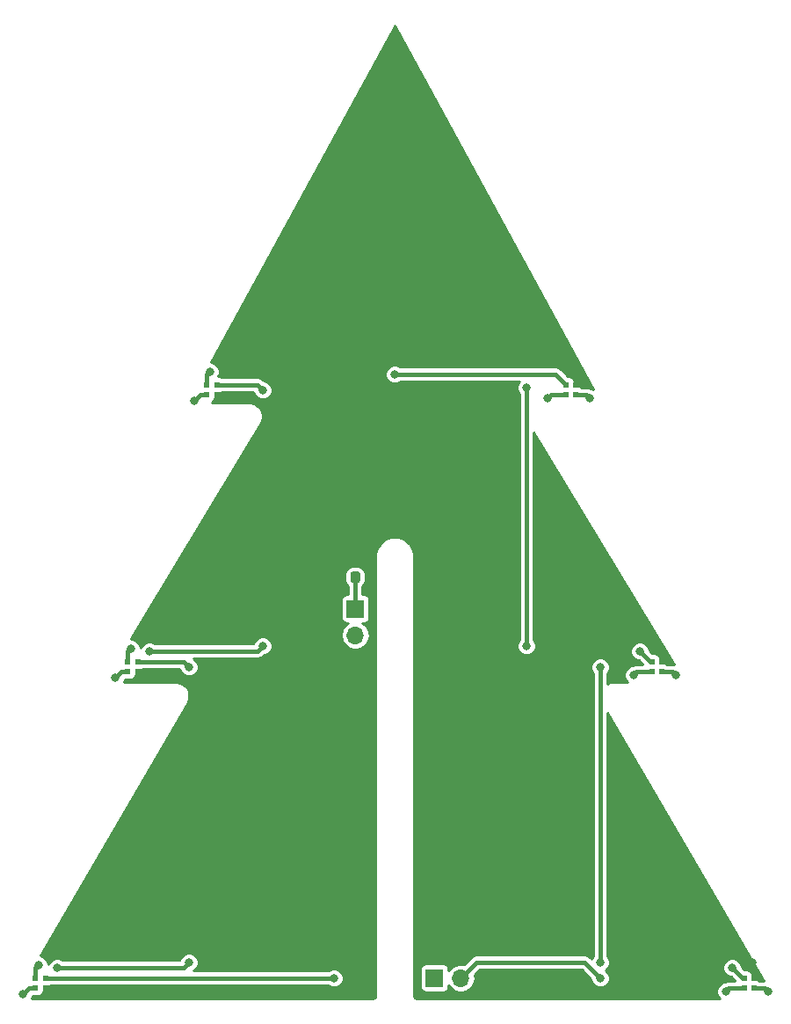
<source format=gbr>
G04 #@! TF.GenerationSoftware,KiCad,Pcbnew,(5.0.2)-1*
G04 #@! TF.CreationDate,2020-06-10T19:39:01-05:00*
G04 #@! TF.ProjectId,Top_Hardware,546f705f-4861-4726-9477-6172652e6b69,rev?*
G04 #@! TF.SameCoordinates,Original*
G04 #@! TF.FileFunction,Copper,L1,Top*
G04 #@! TF.FilePolarity,Positive*
%FSLAX46Y46*%
G04 Gerber Fmt 4.6, Leading zero omitted, Abs format (unit mm)*
G04 Created by KiCad (PCBNEW (5.0.2)-1) date 6/10/2020 7:39:01 PM*
%MOMM*%
%LPD*%
G01*
G04 APERTURE LIST*
G04 #@! TA.AperFunction,Conductor*
%ADD10C,0.100000*%
G04 #@! TD*
G04 #@! TA.AperFunction,SMDPad,CuDef*
%ADD11C,0.950000*%
G04 #@! TD*
G04 #@! TA.AperFunction,SMDPad,CuDef*
%ADD12R,0.550000X0.550000*%
G04 #@! TD*
G04 #@! TA.AperFunction,ComponentPad*
%ADD13R,1.700000X1.700000*%
G04 #@! TD*
G04 #@! TA.AperFunction,ComponentPad*
%ADD14O,1.700000X1.700000*%
G04 #@! TD*
G04 #@! TA.AperFunction,ViaPad*
%ADD15C,0.800000*%
G04 #@! TD*
G04 #@! TA.AperFunction,Conductor*
%ADD16C,0.381000*%
G04 #@! TD*
G04 #@! TA.AperFunction,Conductor*
%ADD17C,0.254000*%
G04 #@! TD*
G04 APERTURE END LIST*
D10*
G04 #@! TO.N,+5V*
G04 #@! TO.C,C1*
G36*
X138690779Y-85328144D02*
X138713834Y-85331563D01*
X138736443Y-85337227D01*
X138758387Y-85345079D01*
X138779457Y-85355044D01*
X138799448Y-85367026D01*
X138818168Y-85380910D01*
X138835438Y-85396562D01*
X138851090Y-85413832D01*
X138864974Y-85432552D01*
X138876956Y-85452543D01*
X138886921Y-85473613D01*
X138894773Y-85495557D01*
X138900437Y-85518166D01*
X138903856Y-85541221D01*
X138905000Y-85564500D01*
X138905000Y-86139500D01*
X138903856Y-86162779D01*
X138900437Y-86185834D01*
X138894773Y-86208443D01*
X138886921Y-86230387D01*
X138876956Y-86251457D01*
X138864974Y-86271448D01*
X138851090Y-86290168D01*
X138835438Y-86307438D01*
X138818168Y-86323090D01*
X138799448Y-86336974D01*
X138779457Y-86348956D01*
X138758387Y-86358921D01*
X138736443Y-86366773D01*
X138713834Y-86372437D01*
X138690779Y-86375856D01*
X138667500Y-86377000D01*
X138192500Y-86377000D01*
X138169221Y-86375856D01*
X138146166Y-86372437D01*
X138123557Y-86366773D01*
X138101613Y-86358921D01*
X138080543Y-86348956D01*
X138060552Y-86336974D01*
X138041832Y-86323090D01*
X138024562Y-86307438D01*
X138008910Y-86290168D01*
X137995026Y-86271448D01*
X137983044Y-86251457D01*
X137973079Y-86230387D01*
X137965227Y-86208443D01*
X137959563Y-86185834D01*
X137956144Y-86162779D01*
X137955000Y-86139500D01*
X137955000Y-85564500D01*
X137956144Y-85541221D01*
X137959563Y-85518166D01*
X137965227Y-85495557D01*
X137973079Y-85473613D01*
X137983044Y-85452543D01*
X137995026Y-85432552D01*
X138008910Y-85413832D01*
X138024562Y-85396562D01*
X138041832Y-85380910D01*
X138060552Y-85367026D01*
X138080543Y-85355044D01*
X138101613Y-85345079D01*
X138123557Y-85337227D01*
X138146166Y-85331563D01*
X138169221Y-85328144D01*
X138192500Y-85327000D01*
X138667500Y-85327000D01*
X138690779Y-85328144D01*
X138690779Y-85328144D01*
G37*
D11*
G04 #@! TD*
G04 #@! TO.P,C1,1*
G04 #@! TO.N,+5V*
X138430000Y-85852000D03*
D10*
G04 #@! TO.N,GND*
G04 #@! TO.C,C1*
G36*
X138690779Y-83578144D02*
X138713834Y-83581563D01*
X138736443Y-83587227D01*
X138758387Y-83595079D01*
X138779457Y-83605044D01*
X138799448Y-83617026D01*
X138818168Y-83630910D01*
X138835438Y-83646562D01*
X138851090Y-83663832D01*
X138864974Y-83682552D01*
X138876956Y-83702543D01*
X138886921Y-83723613D01*
X138894773Y-83745557D01*
X138900437Y-83768166D01*
X138903856Y-83791221D01*
X138905000Y-83814500D01*
X138905000Y-84389500D01*
X138903856Y-84412779D01*
X138900437Y-84435834D01*
X138894773Y-84458443D01*
X138886921Y-84480387D01*
X138876956Y-84501457D01*
X138864974Y-84521448D01*
X138851090Y-84540168D01*
X138835438Y-84557438D01*
X138818168Y-84573090D01*
X138799448Y-84586974D01*
X138779457Y-84598956D01*
X138758387Y-84608921D01*
X138736443Y-84616773D01*
X138713834Y-84622437D01*
X138690779Y-84625856D01*
X138667500Y-84627000D01*
X138192500Y-84627000D01*
X138169221Y-84625856D01*
X138146166Y-84622437D01*
X138123557Y-84616773D01*
X138101613Y-84608921D01*
X138080543Y-84598956D01*
X138060552Y-84586974D01*
X138041832Y-84573090D01*
X138024562Y-84557438D01*
X138008910Y-84540168D01*
X137995026Y-84521448D01*
X137983044Y-84501457D01*
X137973079Y-84480387D01*
X137965227Y-84458443D01*
X137959563Y-84435834D01*
X137956144Y-84412779D01*
X137955000Y-84389500D01*
X137955000Y-83814500D01*
X137956144Y-83791221D01*
X137959563Y-83768166D01*
X137965227Y-83745557D01*
X137973079Y-83723613D01*
X137983044Y-83702543D01*
X137995026Y-83682552D01*
X138008910Y-83663832D01*
X138024562Y-83646562D01*
X138041832Y-83630910D01*
X138060552Y-83617026D01*
X138080543Y-83605044D01*
X138101613Y-83595079D01*
X138123557Y-83587227D01*
X138146166Y-83581563D01*
X138169221Y-83578144D01*
X138192500Y-83577000D01*
X138667500Y-83577000D01*
X138690779Y-83578144D01*
X138690779Y-83578144D01*
G37*
D11*
G04 #@! TD*
G04 #@! TO.P,C1,2*
G04 #@! TO.N,GND*
X138430000Y-84102000D03*
D12*
G04 #@! TO.P,D1,1*
G04 #@! TO.N,Net-(D1-Pad1)*
X107635000Y-125410000D03*
G04 #@! TO.P,D1,4*
G04 #@! TO.N,+5V*
X107635000Y-124460000D03*
G04 #@! TO.P,D1,2*
G04 #@! TO.N,GND*
X108585000Y-125410000D03*
G04 #@! TO.P,D1,3*
G04 #@! TO.N,/DIn*
X108585000Y-124460000D03*
G04 #@! TD*
G04 #@! TO.P,D3,1*
G04 #@! TO.N,Net-(D3-Pad1)*
X116525000Y-94930000D03*
G04 #@! TO.P,D3,4*
G04 #@! TO.N,+5V*
X116525000Y-93980000D03*
G04 #@! TO.P,D3,2*
G04 #@! TO.N,GND*
X117475000Y-94930000D03*
G04 #@! TO.P,D3,3*
G04 #@! TO.N,Net-(D2-Pad1)*
X117475000Y-93980000D03*
G04 #@! TD*
G04 #@! TO.P,D5,1*
G04 #@! TO.N,Net-(D5-Pad1)*
X124145000Y-68260000D03*
G04 #@! TO.P,D5,4*
G04 #@! TO.N,+5V*
X124145000Y-67310000D03*
G04 #@! TO.P,D5,2*
G04 #@! TO.N,GND*
X125095000Y-68260000D03*
G04 #@! TO.P,D5,3*
G04 #@! TO.N,Net-(D4-Pad1)*
X125095000Y-67310000D03*
G04 #@! TD*
G04 #@! TO.P,D7,1*
G04 #@! TO.N,Net-(D7-Pad1)*
X159700000Y-68260000D03*
G04 #@! TO.P,D7,4*
G04 #@! TO.N,+5V*
X158750000Y-68260000D03*
G04 #@! TO.P,D7,2*
G04 #@! TO.N,GND*
X159700000Y-67310000D03*
G04 #@! TO.P,D7,3*
G04 #@! TO.N,Net-(D6-Pad1)*
X158750000Y-67310000D03*
G04 #@! TD*
G04 #@! TO.P,D9,1*
G04 #@! TO.N,Net-(D10-Pad3)*
X167955000Y-94930000D03*
G04 #@! TO.P,D9,4*
G04 #@! TO.N,+5V*
X167005000Y-94930000D03*
G04 #@! TO.P,D9,2*
G04 #@! TO.N,GND*
X167955000Y-93980000D03*
G04 #@! TO.P,D9,3*
G04 #@! TO.N,Net-(D8-Pad1)*
X167005000Y-93980000D03*
G04 #@! TD*
G04 #@! TO.P,D11,1*
G04 #@! TO.N,Net-(D11-Pad1)*
X176845000Y-125410000D03*
G04 #@! TO.P,D11,4*
G04 #@! TO.N,+5V*
X175895000Y-125410000D03*
G04 #@! TO.P,D11,2*
G04 #@! TO.N,GND*
X176845000Y-124460000D03*
G04 #@! TO.P,D11,3*
G04 #@! TO.N,Net-(D10-Pad1)*
X175895000Y-124460000D03*
G04 #@! TD*
D13*
G04 #@! TO.P,J1,1*
G04 #@! TO.N,+5V*
X138430000Y-88900000D03*
D14*
G04 #@! TO.P,J1,2*
G04 #@! TO.N,/DIn*
X138430000Y-91440000D03*
G04 #@! TO.P,J1,3*
G04 #@! TO.N,GND*
X138430000Y-93980000D03*
G04 #@! TD*
D13*
G04 #@! TO.P,J2,1*
G04 #@! TO.N,+5V*
X146050000Y-124460000D03*
D14*
G04 #@! TO.P,J2,2*
G04 #@! TO.N,/DOut*
X148590000Y-124460000D03*
G04 #@! TO.P,J2,3*
G04 #@! TO.N,GND*
X151130000Y-124460000D03*
G04 #@! TD*
D15*
G04 #@! TO.N,+5V*
X107950000Y-123190000D03*
X116840000Y-92710000D03*
X124460000Y-66040000D03*
X156972000Y-68580000D03*
X174112000Y-125730000D03*
X165222000Y-95250000D03*
G04 #@! TO.N,GND*
X109982000Y-125730000D03*
X118872000Y-95250000D03*
X126492000Y-68580000D03*
X159512000Y-65786000D03*
X167762000Y-92456000D03*
X176652000Y-122936000D03*
G04 #@! TO.N,Net-(D1-Pad1)*
X106426000Y-125984000D03*
G04 #@! TO.N,Net-(D2-Pad1)*
X122428000Y-94488000D03*
X109728000Y-123444000D03*
X122428000Y-122936000D03*
G04 #@! TO.N,Net-(D4-Pad1)*
X118618000Y-92964000D03*
X129540000Y-67818000D03*
X129540000Y-92456000D03*
G04 #@! TO.N,Net-(D5-Pad1)*
X122936000Y-68834000D03*
G04 #@! TO.N,Net-(D7-Pad1)*
X161036000Y-68580000D03*
G04 #@! TO.N,Net-(D8-Pad1)*
X154940000Y-67564000D03*
X165862000Y-92964000D03*
X154940000Y-92456000D03*
G04 #@! TO.N,Net-(D10-Pad3)*
X169286000Y-95250000D03*
G04 #@! TO.N,Net-(D10-Pad1)*
X162052000Y-94488000D03*
X174752000Y-123444000D03*
X162052000Y-122936000D03*
G04 #@! TO.N,Net-(D11-Pad1)*
X178176000Y-125730000D03*
G04 #@! TO.N,/DIn*
X136398000Y-124460000D03*
G04 #@! TO.N,Net-(D3-Pad1)*
X115316000Y-95504000D03*
G04 #@! TO.N,Net-(D6-Pad1)*
X142240000Y-66294000D03*
G04 #@! TO.N,/DOut*
X162052000Y-124460000D03*
G04 #@! TD*
D16*
G04 #@! TO.N,+5V*
X107635000Y-123505000D02*
X107950000Y-123190000D01*
X107635000Y-124460000D02*
X107635000Y-123505000D01*
X116525000Y-93980000D02*
X116525000Y-93025000D01*
X116525000Y-93025000D02*
X116840000Y-92710000D01*
X124145000Y-67310000D02*
X124145000Y-66355000D01*
X124145000Y-66355000D02*
X124460000Y-66040000D01*
X138430000Y-85852000D02*
X138430000Y-88900000D01*
X158750000Y-68260000D02*
X157292000Y-68260000D01*
X157292000Y-68260000D02*
X156972000Y-68580000D01*
X165542000Y-94930000D02*
X165222000Y-95250000D01*
X167000000Y-94930000D02*
X165542000Y-94930000D01*
X174432000Y-125410000D02*
X174112000Y-125730000D01*
X174112000Y-125730000D02*
X174432000Y-125410000D01*
X174432000Y-125410000D02*
X175895000Y-125410000D01*
X165222000Y-95250000D02*
X165222000Y-95250000D01*
G04 #@! TO.N,Net-(D1-Pad1)*
X107000000Y-125410000D02*
X106426000Y-125984000D01*
X107635000Y-125410000D02*
X107000000Y-125410000D01*
G04 #@! TO.N,Net-(D2-Pad1)*
X117475000Y-93980000D02*
X121920000Y-93980000D01*
X121920000Y-93980000D02*
X122428000Y-94488000D01*
X121920000Y-123444000D02*
X122428000Y-122936000D01*
X109728000Y-123444000D02*
X121920000Y-123444000D01*
G04 #@! TO.N,Net-(D4-Pad1)*
X125095000Y-67310000D02*
X129032000Y-67310000D01*
X129032000Y-67310000D02*
X129540000Y-67818000D01*
X129032000Y-92964000D02*
X129540000Y-92456000D01*
X118618000Y-92964000D02*
X129032000Y-92964000D01*
G04 #@! TO.N,Net-(D3-Pad1)*
X115890000Y-94930000D02*
X115316000Y-95504000D01*
X116525000Y-94930000D02*
X115890000Y-94930000D01*
G04 #@! TO.N,Net-(D5-Pad1)*
X123510000Y-68260000D02*
X122936000Y-68834000D01*
X124145000Y-68260000D02*
X123510000Y-68260000D01*
G04 #@! TO.N,Net-(D7-Pad1)*
X160716000Y-68260000D02*
X161036000Y-68580000D01*
X159700000Y-68260000D02*
X160716000Y-68260000D01*
G04 #@! TO.N,Net-(D8-Pad1)*
X154940000Y-67564000D02*
X154940000Y-76454000D01*
X167005000Y-93980000D02*
X166878000Y-93980000D01*
X166878000Y-93980000D02*
X165862000Y-92964000D01*
X154940000Y-92456000D02*
X154940000Y-91694000D01*
X154940000Y-76454000D02*
X154940000Y-91694000D01*
X154940000Y-91694000D02*
X154940000Y-92202000D01*
G04 #@! TO.N,Net-(D10-Pad3)*
X167950000Y-94930000D02*
X168966000Y-94930000D01*
X168966000Y-94930000D02*
X169286000Y-95250000D01*
G04 #@! TO.N,Net-(D10-Pad1)*
X162052000Y-94488000D02*
X162052000Y-96520000D01*
X175895000Y-124460000D02*
X175768000Y-124460000D01*
X175768000Y-124460000D02*
X174752000Y-123444000D01*
X162052000Y-96520000D02*
X162052000Y-122936000D01*
G04 #@! TO.N,Net-(D11-Pad1)*
X178176000Y-125730000D02*
X177856000Y-125410000D01*
X177856000Y-125410000D02*
X178176000Y-125730000D01*
X176845000Y-125410000D02*
X177856000Y-125410000D01*
G04 #@! TO.N,/DIn*
X108585000Y-124460000D02*
X122428000Y-124460000D01*
X122428000Y-124460000D02*
X136398000Y-124460000D01*
G04 #@! TO.N,Net-(D6-Pad1)*
X157734000Y-66294000D02*
X158750000Y-67310000D01*
X157734000Y-66294000D02*
X142240000Y-66294000D01*
G04 #@! TO.N,/DOut*
X148590000Y-124460000D02*
X150114000Y-122936000D01*
X160528000Y-122936000D02*
X162052000Y-124460000D01*
X150114000Y-122936000D02*
X160528000Y-122936000D01*
G04 #@! TD*
D17*
G04 #@! TO.N,GND*
G36*
X142245565Y-32746325D02*
X142259597Y-32753487D01*
X161378462Y-67739040D01*
X161216612Y-67672000D01*
X161093262Y-67672000D01*
X160988541Y-67602028D01*
X160784794Y-67561500D01*
X160784790Y-67561500D01*
X160716000Y-67547817D01*
X160647210Y-67561500D01*
X160255562Y-67561500D01*
X160173212Y-67506475D01*
X159975000Y-67467048D01*
X159542952Y-67467048D01*
X159542952Y-67035000D01*
X159503525Y-66836788D01*
X159391247Y-66668753D01*
X159223212Y-66556475D01*
X159025000Y-66517048D01*
X158944876Y-66517048D01*
X158276560Y-65848733D01*
X158237590Y-65790410D01*
X158006541Y-65636028D01*
X157802794Y-65595500D01*
X157802790Y-65595500D01*
X157734000Y-65581817D01*
X157665210Y-65595500D01*
X142825606Y-65595500D01*
X142754341Y-65524235D01*
X142420612Y-65386000D01*
X142059388Y-65386000D01*
X141725659Y-65524235D01*
X141470235Y-65779659D01*
X141332000Y-66113388D01*
X141332000Y-66474612D01*
X141470235Y-66808341D01*
X141725659Y-67063765D01*
X142059388Y-67202000D01*
X142420612Y-67202000D01*
X142754341Y-67063765D01*
X142825606Y-66992500D01*
X154227394Y-66992500D01*
X154170235Y-67049659D01*
X154032000Y-67383388D01*
X154032000Y-67744612D01*
X154170235Y-68078341D01*
X154241500Y-68149606D01*
X154241501Y-76385202D01*
X154241500Y-76385207D01*
X154241501Y-91625201D01*
X154241500Y-91625206D01*
X154241500Y-91870394D01*
X154170235Y-91941659D01*
X154032000Y-92275388D01*
X154032000Y-92636612D01*
X154170235Y-92970341D01*
X154425659Y-93225765D01*
X154759388Y-93364000D01*
X155120612Y-93364000D01*
X155454341Y-93225765D01*
X155709765Y-92970341D01*
X155848000Y-92636612D01*
X155848000Y-92275388D01*
X155709765Y-91941659D01*
X155638500Y-91870394D01*
X155638500Y-71887486D01*
X169151013Y-94254618D01*
X169034794Y-94231500D01*
X169034790Y-94231500D01*
X168966000Y-94217817D01*
X168897210Y-94231500D01*
X168510562Y-94231500D01*
X168428212Y-94176475D01*
X168230000Y-94137048D01*
X167797952Y-94137048D01*
X167797952Y-93705000D01*
X167758525Y-93506788D01*
X167646247Y-93338753D01*
X167478212Y-93226475D01*
X167280000Y-93187048D01*
X167072876Y-93187048D01*
X166770000Y-92884173D01*
X166770000Y-92783388D01*
X166631765Y-92449659D01*
X166376341Y-92194235D01*
X166042612Y-92056000D01*
X165681388Y-92056000D01*
X165347659Y-92194235D01*
X165092235Y-92449659D01*
X164954000Y-92783388D01*
X164954000Y-93144612D01*
X165092235Y-93478341D01*
X165347659Y-93733765D01*
X165681388Y-93872000D01*
X165782173Y-93872000D01*
X166141672Y-94231500D01*
X165610788Y-94231500D01*
X165541999Y-94217817D01*
X165473210Y-94231500D01*
X165473206Y-94231500D01*
X165269459Y-94272028D01*
X165164738Y-94342000D01*
X165041388Y-94342000D01*
X164707659Y-94480235D01*
X164452235Y-94735659D01*
X164314000Y-95069388D01*
X164314000Y-95430612D01*
X164452235Y-95764341D01*
X164624894Y-95937000D01*
X163315383Y-95937000D01*
X163295146Y-95941026D01*
X163234842Y-95944978D01*
X163161179Y-95964716D01*
X163085572Y-95974670D01*
X162804033Y-96070240D01*
X162750500Y-96101147D01*
X162750500Y-95073606D01*
X162821765Y-95002341D01*
X162960000Y-94668612D01*
X162960000Y-94307388D01*
X162821765Y-93973659D01*
X162566341Y-93718235D01*
X162232612Y-93580000D01*
X161871388Y-93580000D01*
X161537659Y-93718235D01*
X161282235Y-93973659D01*
X161144000Y-94307388D01*
X161144000Y-94668612D01*
X161282235Y-95002341D01*
X161353500Y-95073606D01*
X161353501Y-96451202D01*
X161353500Y-96451207D01*
X161353501Y-122350393D01*
X161282235Y-122421659D01*
X161200006Y-122620178D01*
X161070560Y-122490733D01*
X161031590Y-122432410D01*
X160800541Y-122278028D01*
X160596794Y-122237500D01*
X160596790Y-122237500D01*
X160528000Y-122223817D01*
X160459210Y-122237500D01*
X150182788Y-122237500D01*
X150113999Y-122223817D01*
X150045210Y-122237500D01*
X150045206Y-122237500D01*
X149841459Y-122278028D01*
X149610410Y-122432410D01*
X149571441Y-122490731D01*
X148920947Y-123141226D01*
X148723747Y-123102000D01*
X148456253Y-123102000D01*
X148060135Y-123180793D01*
X147610937Y-123480937D01*
X147417952Y-123769760D01*
X147417952Y-123610000D01*
X147378525Y-123411788D01*
X147266247Y-123243753D01*
X147098212Y-123131475D01*
X146900000Y-123092048D01*
X145200000Y-123092048D01*
X145001788Y-123131475D01*
X144833753Y-123243753D01*
X144721475Y-123411788D01*
X144682048Y-123610000D01*
X144682048Y-125310000D01*
X144721475Y-125508212D01*
X144833753Y-125676247D01*
X145001788Y-125788525D01*
X145200000Y-125827952D01*
X146900000Y-125827952D01*
X147098212Y-125788525D01*
X147266247Y-125676247D01*
X147378525Y-125508212D01*
X147417952Y-125310000D01*
X147417952Y-125150240D01*
X147610937Y-125439063D01*
X148060135Y-125739207D01*
X148456253Y-125818000D01*
X148723747Y-125818000D01*
X149119865Y-125739207D01*
X149569063Y-125439063D01*
X149869207Y-124989865D01*
X149974604Y-124460000D01*
X149908774Y-124129053D01*
X150403328Y-123634500D01*
X160238673Y-123634500D01*
X161144000Y-124539828D01*
X161144000Y-124640612D01*
X161282235Y-124974341D01*
X161537659Y-125229765D01*
X161871388Y-125368000D01*
X162232612Y-125368000D01*
X162566341Y-125229765D01*
X162821765Y-124974341D01*
X162960000Y-124640612D01*
X162960000Y-124279388D01*
X162821765Y-123945659D01*
X162574106Y-123698000D01*
X162821765Y-123450341D01*
X162960000Y-123116612D01*
X162960000Y-122755388D01*
X162821765Y-122421659D01*
X162750500Y-122350394D01*
X162750500Y-98884639D01*
X177823578Y-124704266D01*
X177787210Y-124711500D01*
X177400562Y-124711500D01*
X177318212Y-124656475D01*
X177120000Y-124617048D01*
X176687952Y-124617048D01*
X176687952Y-124185000D01*
X176648525Y-123986788D01*
X176536247Y-123818753D01*
X176368212Y-123706475D01*
X176170000Y-123667048D01*
X175962876Y-123667048D01*
X175660000Y-123364173D01*
X175660000Y-123263388D01*
X175521765Y-122929659D01*
X175266341Y-122674235D01*
X174932612Y-122536000D01*
X174571388Y-122536000D01*
X174237659Y-122674235D01*
X173982235Y-122929659D01*
X173844000Y-123263388D01*
X173844000Y-123624612D01*
X173982235Y-123958341D01*
X174237659Y-124213765D01*
X174571388Y-124352000D01*
X174672173Y-124352000D01*
X175031672Y-124711500D01*
X174500788Y-124711500D01*
X174431999Y-124697817D01*
X174363210Y-124711500D01*
X174363206Y-124711500D01*
X174159459Y-124752028D01*
X174054738Y-124822000D01*
X173931388Y-124822000D01*
X173597659Y-124960235D01*
X173342235Y-125215659D01*
X173204000Y-125549388D01*
X173204000Y-125910612D01*
X173342235Y-126244341D01*
X173514894Y-126417000D01*
X144329422Y-126417000D01*
X144207869Y-126392822D01*
X144153504Y-126356496D01*
X144117178Y-126302131D01*
X144093000Y-126180578D01*
X144093000Y-83762583D01*
X144083044Y-83712532D01*
X144007553Y-83284398D01*
X144007553Y-83284396D01*
X143959471Y-83152294D01*
X143938303Y-83094134D01*
X143938302Y-83094132D01*
X143717768Y-82712159D01*
X143639524Y-82618912D01*
X143587621Y-82557056D01*
X143249748Y-82273547D01*
X143249746Y-82273544D01*
X143074398Y-82172307D01*
X142659931Y-82021453D01*
X142460533Y-81986294D01*
X142019467Y-81986294D01*
X141820069Y-82021453D01*
X141405602Y-82172307D01*
X141230254Y-82273544D01*
X141230252Y-82273547D01*
X140892379Y-82557056D01*
X140840476Y-82618912D01*
X140762232Y-82712159D01*
X140541698Y-83094132D01*
X140541697Y-83094134D01*
X140472447Y-83284397D01*
X140396954Y-83712541D01*
X140387000Y-83762584D01*
X140387001Y-126180573D01*
X140362822Y-126302131D01*
X140326496Y-126356496D01*
X140272131Y-126392822D01*
X140150578Y-126417000D01*
X107229458Y-126417000D01*
X107321307Y-126195255D01*
X107360000Y-126202952D01*
X107910000Y-126202952D01*
X108108212Y-126163525D01*
X108276247Y-126051247D01*
X108388525Y-125883212D01*
X108427952Y-125685000D01*
X108427952Y-125252952D01*
X108860000Y-125252952D01*
X109058212Y-125213525D01*
X109140562Y-125158500D01*
X135812394Y-125158500D01*
X135883659Y-125229765D01*
X136217388Y-125368000D01*
X136578612Y-125368000D01*
X136912341Y-125229765D01*
X137167765Y-124974341D01*
X137306000Y-124640612D01*
X137306000Y-124279388D01*
X137167765Y-123945659D01*
X136912341Y-123690235D01*
X136578612Y-123552000D01*
X136217388Y-123552000D01*
X135883659Y-123690235D01*
X135812394Y-123761500D01*
X122807785Y-123761500D01*
X122942341Y-123705765D01*
X123197765Y-123450341D01*
X123336000Y-123116612D01*
X123336000Y-122755388D01*
X123197765Y-122421659D01*
X122942341Y-122166235D01*
X122608612Y-122028000D01*
X122247388Y-122028000D01*
X121913659Y-122166235D01*
X121658235Y-122421659D01*
X121524096Y-122745500D01*
X110313606Y-122745500D01*
X110242341Y-122674235D01*
X109908612Y-122536000D01*
X109547388Y-122536000D01*
X109213659Y-122674235D01*
X108958235Y-122929659D01*
X108858000Y-123171648D01*
X108858000Y-123009388D01*
X108719765Y-122675659D01*
X108464341Y-122420235D01*
X108130612Y-122282000D01*
X108070499Y-122282000D01*
X122300031Y-97907341D01*
X122306792Y-97887734D01*
X122334439Y-97831672D01*
X122354177Y-97758010D01*
X122383361Y-97687554D01*
X122441365Y-97395949D01*
X122441365Y-97168473D01*
X122383361Y-96876868D01*
X122296310Y-96666709D01*
X122296309Y-96666708D01*
X122131128Y-96419498D01*
X121970278Y-96258648D01*
X121723070Y-96093469D01*
X121723069Y-96093468D01*
X121595312Y-96040549D01*
X121512911Y-96006417D01*
X121512910Y-96006417D01*
X121334966Y-95971022D01*
X121334675Y-95970827D01*
X121164617Y-95937000D01*
X116119458Y-95937000D01*
X116211307Y-95715255D01*
X116250000Y-95722952D01*
X116800000Y-95722952D01*
X116998212Y-95683525D01*
X117166247Y-95571247D01*
X117278525Y-95403212D01*
X117317952Y-95205000D01*
X117317952Y-94772952D01*
X117750000Y-94772952D01*
X117948212Y-94733525D01*
X118030562Y-94678500D01*
X121524096Y-94678500D01*
X121658235Y-95002341D01*
X121913659Y-95257765D01*
X122247388Y-95396000D01*
X122608612Y-95396000D01*
X122942341Y-95257765D01*
X123197765Y-95002341D01*
X123336000Y-94668612D01*
X123336000Y-94307388D01*
X123197765Y-93973659D01*
X122942341Y-93718235D01*
X122807785Y-93662500D01*
X128963210Y-93662500D01*
X129032000Y-93676183D01*
X129100790Y-93662500D01*
X129100794Y-93662500D01*
X129304541Y-93621972D01*
X129535590Y-93467590D01*
X129574560Y-93409267D01*
X129619827Y-93364000D01*
X129720612Y-93364000D01*
X130054341Y-93225765D01*
X130309765Y-92970341D01*
X130448000Y-92636612D01*
X130448000Y-92275388D01*
X130309765Y-91941659D01*
X130054341Y-91686235D01*
X129720612Y-91548000D01*
X129359388Y-91548000D01*
X129025659Y-91686235D01*
X128770235Y-91941659D01*
X128636096Y-92265500D01*
X119203606Y-92265500D01*
X119132341Y-92194235D01*
X118798612Y-92056000D01*
X118437388Y-92056000D01*
X118103659Y-92194235D01*
X117848235Y-92449659D01*
X117748000Y-92691648D01*
X117748000Y-92529388D01*
X117609765Y-92195659D01*
X117354341Y-91940235D01*
X117020612Y-91802000D01*
X116810670Y-91802000D01*
X117029362Y-91440000D01*
X137045396Y-91440000D01*
X137150793Y-91969865D01*
X137450937Y-92419063D01*
X137900135Y-92719207D01*
X138296253Y-92798000D01*
X138563747Y-92798000D01*
X138959865Y-92719207D01*
X139409063Y-92419063D01*
X139709207Y-91969865D01*
X139814604Y-91440000D01*
X139709207Y-90910135D01*
X139409063Y-90460937D01*
X139120240Y-90267952D01*
X139280000Y-90267952D01*
X139478212Y-90228525D01*
X139646247Y-90116247D01*
X139758525Y-89948212D01*
X139797952Y-89750000D01*
X139797952Y-88050000D01*
X139758525Y-87851788D01*
X139646247Y-87683753D01*
X139478212Y-87571475D01*
X139280000Y-87532048D01*
X139128500Y-87532048D01*
X139128500Y-86722586D01*
X139201685Y-86673685D01*
X139365447Y-86428599D01*
X139422952Y-86139500D01*
X139422952Y-85564500D01*
X139365447Y-85275401D01*
X139201685Y-85030315D01*
X138956599Y-84866553D01*
X138667500Y-84809048D01*
X138192500Y-84809048D01*
X137903401Y-84866553D01*
X137658315Y-85030315D01*
X137494553Y-85275401D01*
X137437048Y-85564500D01*
X137437048Y-86139500D01*
X137494553Y-86428599D01*
X137658315Y-86673685D01*
X137731500Y-86722586D01*
X137731501Y-87532048D01*
X137580000Y-87532048D01*
X137381788Y-87571475D01*
X137213753Y-87683753D01*
X137101475Y-87851788D01*
X137062048Y-88050000D01*
X137062048Y-89750000D01*
X137101475Y-89948212D01*
X137213753Y-90116247D01*
X137381788Y-90228525D01*
X137580000Y-90267952D01*
X137739760Y-90267952D01*
X137450937Y-90460937D01*
X137150793Y-90910135D01*
X137045396Y-91440000D01*
X117029362Y-91440000D01*
X129382897Y-70991318D01*
X129392237Y-70965497D01*
X129421039Y-70907094D01*
X129440777Y-70833432D01*
X129469961Y-70762976D01*
X129527965Y-70471371D01*
X129527965Y-70243895D01*
X129469961Y-69952290D01*
X129382910Y-69742131D01*
X129382909Y-69742130D01*
X129217728Y-69494920D01*
X129056878Y-69334070D01*
X128809670Y-69168891D01*
X128809669Y-69168890D01*
X128681912Y-69115971D01*
X128599511Y-69081839D01*
X128599510Y-69081839D01*
X128307905Y-69023835D01*
X128305688Y-69023835D01*
X128251217Y-69013000D01*
X124618998Y-69013000D01*
X124786247Y-68901247D01*
X124898525Y-68733212D01*
X124937952Y-68535000D01*
X124937952Y-68102952D01*
X125370000Y-68102952D01*
X125568212Y-68063525D01*
X125650562Y-68008500D01*
X128636096Y-68008500D01*
X128770235Y-68332341D01*
X129025659Y-68587765D01*
X129359388Y-68726000D01*
X129720612Y-68726000D01*
X130054341Y-68587765D01*
X130309765Y-68332341D01*
X130448000Y-67998612D01*
X130448000Y-67637388D01*
X130309765Y-67303659D01*
X130054341Y-67048235D01*
X129720612Y-66910000D01*
X129619827Y-66910000D01*
X129574560Y-66864733D01*
X129535590Y-66806410D01*
X129304541Y-66652028D01*
X129100794Y-66611500D01*
X129100790Y-66611500D01*
X129032000Y-66597817D01*
X128963210Y-66611500D01*
X125650562Y-66611500D01*
X125568212Y-66556475D01*
X125370000Y-66517048D01*
X125245212Y-66517048D01*
X125368000Y-66220612D01*
X125368000Y-65859388D01*
X125229765Y-65525659D01*
X124974341Y-65270235D01*
X124640612Y-65132000D01*
X124526230Y-65132000D01*
X142217467Y-32758860D01*
X142230022Y-32748152D01*
X142237610Y-32745693D01*
X142245565Y-32746325D01*
X142245565Y-32746325D01*
G37*
X142245565Y-32746325D02*
X142259597Y-32753487D01*
X161378462Y-67739040D01*
X161216612Y-67672000D01*
X161093262Y-67672000D01*
X160988541Y-67602028D01*
X160784794Y-67561500D01*
X160784790Y-67561500D01*
X160716000Y-67547817D01*
X160647210Y-67561500D01*
X160255562Y-67561500D01*
X160173212Y-67506475D01*
X159975000Y-67467048D01*
X159542952Y-67467048D01*
X159542952Y-67035000D01*
X159503525Y-66836788D01*
X159391247Y-66668753D01*
X159223212Y-66556475D01*
X159025000Y-66517048D01*
X158944876Y-66517048D01*
X158276560Y-65848733D01*
X158237590Y-65790410D01*
X158006541Y-65636028D01*
X157802794Y-65595500D01*
X157802790Y-65595500D01*
X157734000Y-65581817D01*
X157665210Y-65595500D01*
X142825606Y-65595500D01*
X142754341Y-65524235D01*
X142420612Y-65386000D01*
X142059388Y-65386000D01*
X141725659Y-65524235D01*
X141470235Y-65779659D01*
X141332000Y-66113388D01*
X141332000Y-66474612D01*
X141470235Y-66808341D01*
X141725659Y-67063765D01*
X142059388Y-67202000D01*
X142420612Y-67202000D01*
X142754341Y-67063765D01*
X142825606Y-66992500D01*
X154227394Y-66992500D01*
X154170235Y-67049659D01*
X154032000Y-67383388D01*
X154032000Y-67744612D01*
X154170235Y-68078341D01*
X154241500Y-68149606D01*
X154241501Y-76385202D01*
X154241500Y-76385207D01*
X154241501Y-91625201D01*
X154241500Y-91625206D01*
X154241500Y-91870394D01*
X154170235Y-91941659D01*
X154032000Y-92275388D01*
X154032000Y-92636612D01*
X154170235Y-92970341D01*
X154425659Y-93225765D01*
X154759388Y-93364000D01*
X155120612Y-93364000D01*
X155454341Y-93225765D01*
X155709765Y-92970341D01*
X155848000Y-92636612D01*
X155848000Y-92275388D01*
X155709765Y-91941659D01*
X155638500Y-91870394D01*
X155638500Y-71887486D01*
X169151013Y-94254618D01*
X169034794Y-94231500D01*
X169034790Y-94231500D01*
X168966000Y-94217817D01*
X168897210Y-94231500D01*
X168510562Y-94231500D01*
X168428212Y-94176475D01*
X168230000Y-94137048D01*
X167797952Y-94137048D01*
X167797952Y-93705000D01*
X167758525Y-93506788D01*
X167646247Y-93338753D01*
X167478212Y-93226475D01*
X167280000Y-93187048D01*
X167072876Y-93187048D01*
X166770000Y-92884173D01*
X166770000Y-92783388D01*
X166631765Y-92449659D01*
X166376341Y-92194235D01*
X166042612Y-92056000D01*
X165681388Y-92056000D01*
X165347659Y-92194235D01*
X165092235Y-92449659D01*
X164954000Y-92783388D01*
X164954000Y-93144612D01*
X165092235Y-93478341D01*
X165347659Y-93733765D01*
X165681388Y-93872000D01*
X165782173Y-93872000D01*
X166141672Y-94231500D01*
X165610788Y-94231500D01*
X165541999Y-94217817D01*
X165473210Y-94231500D01*
X165473206Y-94231500D01*
X165269459Y-94272028D01*
X165164738Y-94342000D01*
X165041388Y-94342000D01*
X164707659Y-94480235D01*
X164452235Y-94735659D01*
X164314000Y-95069388D01*
X164314000Y-95430612D01*
X164452235Y-95764341D01*
X164624894Y-95937000D01*
X163315383Y-95937000D01*
X163295146Y-95941026D01*
X163234842Y-95944978D01*
X163161179Y-95964716D01*
X163085572Y-95974670D01*
X162804033Y-96070240D01*
X162750500Y-96101147D01*
X162750500Y-95073606D01*
X162821765Y-95002341D01*
X162960000Y-94668612D01*
X162960000Y-94307388D01*
X162821765Y-93973659D01*
X162566341Y-93718235D01*
X162232612Y-93580000D01*
X161871388Y-93580000D01*
X161537659Y-93718235D01*
X161282235Y-93973659D01*
X161144000Y-94307388D01*
X161144000Y-94668612D01*
X161282235Y-95002341D01*
X161353500Y-95073606D01*
X161353501Y-96451202D01*
X161353500Y-96451207D01*
X161353501Y-122350393D01*
X161282235Y-122421659D01*
X161200006Y-122620178D01*
X161070560Y-122490733D01*
X161031590Y-122432410D01*
X160800541Y-122278028D01*
X160596794Y-122237500D01*
X160596790Y-122237500D01*
X160528000Y-122223817D01*
X160459210Y-122237500D01*
X150182788Y-122237500D01*
X150113999Y-122223817D01*
X150045210Y-122237500D01*
X150045206Y-122237500D01*
X149841459Y-122278028D01*
X149610410Y-122432410D01*
X149571441Y-122490731D01*
X148920947Y-123141226D01*
X148723747Y-123102000D01*
X148456253Y-123102000D01*
X148060135Y-123180793D01*
X147610937Y-123480937D01*
X147417952Y-123769760D01*
X147417952Y-123610000D01*
X147378525Y-123411788D01*
X147266247Y-123243753D01*
X147098212Y-123131475D01*
X146900000Y-123092048D01*
X145200000Y-123092048D01*
X145001788Y-123131475D01*
X144833753Y-123243753D01*
X144721475Y-123411788D01*
X144682048Y-123610000D01*
X144682048Y-125310000D01*
X144721475Y-125508212D01*
X144833753Y-125676247D01*
X145001788Y-125788525D01*
X145200000Y-125827952D01*
X146900000Y-125827952D01*
X147098212Y-125788525D01*
X147266247Y-125676247D01*
X147378525Y-125508212D01*
X147417952Y-125310000D01*
X147417952Y-125150240D01*
X147610937Y-125439063D01*
X148060135Y-125739207D01*
X148456253Y-125818000D01*
X148723747Y-125818000D01*
X149119865Y-125739207D01*
X149569063Y-125439063D01*
X149869207Y-124989865D01*
X149974604Y-124460000D01*
X149908774Y-124129053D01*
X150403328Y-123634500D01*
X160238673Y-123634500D01*
X161144000Y-124539828D01*
X161144000Y-124640612D01*
X161282235Y-124974341D01*
X161537659Y-125229765D01*
X161871388Y-125368000D01*
X162232612Y-125368000D01*
X162566341Y-125229765D01*
X162821765Y-124974341D01*
X162960000Y-124640612D01*
X162960000Y-124279388D01*
X162821765Y-123945659D01*
X162574106Y-123698000D01*
X162821765Y-123450341D01*
X162960000Y-123116612D01*
X162960000Y-122755388D01*
X162821765Y-122421659D01*
X162750500Y-122350394D01*
X162750500Y-98884639D01*
X177823578Y-124704266D01*
X177787210Y-124711500D01*
X177400562Y-124711500D01*
X177318212Y-124656475D01*
X177120000Y-124617048D01*
X176687952Y-124617048D01*
X176687952Y-124185000D01*
X176648525Y-123986788D01*
X176536247Y-123818753D01*
X176368212Y-123706475D01*
X176170000Y-123667048D01*
X175962876Y-123667048D01*
X175660000Y-123364173D01*
X175660000Y-123263388D01*
X175521765Y-122929659D01*
X175266341Y-122674235D01*
X174932612Y-122536000D01*
X174571388Y-122536000D01*
X174237659Y-122674235D01*
X173982235Y-122929659D01*
X173844000Y-123263388D01*
X173844000Y-123624612D01*
X173982235Y-123958341D01*
X174237659Y-124213765D01*
X174571388Y-124352000D01*
X174672173Y-124352000D01*
X175031672Y-124711500D01*
X174500788Y-124711500D01*
X174431999Y-124697817D01*
X174363210Y-124711500D01*
X174363206Y-124711500D01*
X174159459Y-124752028D01*
X174054738Y-124822000D01*
X173931388Y-124822000D01*
X173597659Y-124960235D01*
X173342235Y-125215659D01*
X173204000Y-125549388D01*
X173204000Y-125910612D01*
X173342235Y-126244341D01*
X173514894Y-126417000D01*
X144329422Y-126417000D01*
X144207869Y-126392822D01*
X144153504Y-126356496D01*
X144117178Y-126302131D01*
X144093000Y-126180578D01*
X144093000Y-83762583D01*
X144083044Y-83712532D01*
X144007553Y-83284398D01*
X144007553Y-83284396D01*
X143959471Y-83152294D01*
X143938303Y-83094134D01*
X143938302Y-83094132D01*
X143717768Y-82712159D01*
X143639524Y-82618912D01*
X143587621Y-82557056D01*
X143249748Y-82273547D01*
X143249746Y-82273544D01*
X143074398Y-82172307D01*
X142659931Y-82021453D01*
X142460533Y-81986294D01*
X142019467Y-81986294D01*
X141820069Y-82021453D01*
X141405602Y-82172307D01*
X141230254Y-82273544D01*
X141230252Y-82273547D01*
X140892379Y-82557056D01*
X140840476Y-82618912D01*
X140762232Y-82712159D01*
X140541698Y-83094132D01*
X140541697Y-83094134D01*
X140472447Y-83284397D01*
X140396954Y-83712541D01*
X140387000Y-83762584D01*
X140387001Y-126180573D01*
X140362822Y-126302131D01*
X140326496Y-126356496D01*
X140272131Y-126392822D01*
X140150578Y-126417000D01*
X107229458Y-126417000D01*
X107321307Y-126195255D01*
X107360000Y-126202952D01*
X107910000Y-126202952D01*
X108108212Y-126163525D01*
X108276247Y-126051247D01*
X108388525Y-125883212D01*
X108427952Y-125685000D01*
X108427952Y-125252952D01*
X108860000Y-125252952D01*
X109058212Y-125213525D01*
X109140562Y-125158500D01*
X135812394Y-125158500D01*
X135883659Y-125229765D01*
X136217388Y-125368000D01*
X136578612Y-125368000D01*
X136912341Y-125229765D01*
X137167765Y-124974341D01*
X137306000Y-124640612D01*
X137306000Y-124279388D01*
X137167765Y-123945659D01*
X136912341Y-123690235D01*
X136578612Y-123552000D01*
X136217388Y-123552000D01*
X135883659Y-123690235D01*
X135812394Y-123761500D01*
X122807785Y-123761500D01*
X122942341Y-123705765D01*
X123197765Y-123450341D01*
X123336000Y-123116612D01*
X123336000Y-122755388D01*
X123197765Y-122421659D01*
X122942341Y-122166235D01*
X122608612Y-122028000D01*
X122247388Y-122028000D01*
X121913659Y-122166235D01*
X121658235Y-122421659D01*
X121524096Y-122745500D01*
X110313606Y-122745500D01*
X110242341Y-122674235D01*
X109908612Y-122536000D01*
X109547388Y-122536000D01*
X109213659Y-122674235D01*
X108958235Y-122929659D01*
X108858000Y-123171648D01*
X108858000Y-123009388D01*
X108719765Y-122675659D01*
X108464341Y-122420235D01*
X108130612Y-122282000D01*
X108070499Y-122282000D01*
X122300031Y-97907341D01*
X122306792Y-97887734D01*
X122334439Y-97831672D01*
X122354177Y-97758010D01*
X122383361Y-97687554D01*
X122441365Y-97395949D01*
X122441365Y-97168473D01*
X122383361Y-96876868D01*
X122296310Y-96666709D01*
X122296309Y-96666708D01*
X122131128Y-96419498D01*
X121970278Y-96258648D01*
X121723070Y-96093469D01*
X121723069Y-96093468D01*
X121595312Y-96040549D01*
X121512911Y-96006417D01*
X121512910Y-96006417D01*
X121334966Y-95971022D01*
X121334675Y-95970827D01*
X121164617Y-95937000D01*
X116119458Y-95937000D01*
X116211307Y-95715255D01*
X116250000Y-95722952D01*
X116800000Y-95722952D01*
X116998212Y-95683525D01*
X117166247Y-95571247D01*
X117278525Y-95403212D01*
X117317952Y-95205000D01*
X117317952Y-94772952D01*
X117750000Y-94772952D01*
X117948212Y-94733525D01*
X118030562Y-94678500D01*
X121524096Y-94678500D01*
X121658235Y-95002341D01*
X121913659Y-95257765D01*
X122247388Y-95396000D01*
X122608612Y-95396000D01*
X122942341Y-95257765D01*
X123197765Y-95002341D01*
X123336000Y-94668612D01*
X123336000Y-94307388D01*
X123197765Y-93973659D01*
X122942341Y-93718235D01*
X122807785Y-93662500D01*
X128963210Y-93662500D01*
X129032000Y-93676183D01*
X129100790Y-93662500D01*
X129100794Y-93662500D01*
X129304541Y-93621972D01*
X129535590Y-93467590D01*
X129574560Y-93409267D01*
X129619827Y-93364000D01*
X129720612Y-93364000D01*
X130054341Y-93225765D01*
X130309765Y-92970341D01*
X130448000Y-92636612D01*
X130448000Y-92275388D01*
X130309765Y-91941659D01*
X130054341Y-91686235D01*
X129720612Y-91548000D01*
X129359388Y-91548000D01*
X129025659Y-91686235D01*
X128770235Y-91941659D01*
X128636096Y-92265500D01*
X119203606Y-92265500D01*
X119132341Y-92194235D01*
X118798612Y-92056000D01*
X118437388Y-92056000D01*
X118103659Y-92194235D01*
X117848235Y-92449659D01*
X117748000Y-92691648D01*
X117748000Y-92529388D01*
X117609765Y-92195659D01*
X117354341Y-91940235D01*
X117020612Y-91802000D01*
X116810670Y-91802000D01*
X117029362Y-91440000D01*
X137045396Y-91440000D01*
X137150793Y-91969865D01*
X137450937Y-92419063D01*
X137900135Y-92719207D01*
X138296253Y-92798000D01*
X138563747Y-92798000D01*
X138959865Y-92719207D01*
X139409063Y-92419063D01*
X139709207Y-91969865D01*
X139814604Y-91440000D01*
X139709207Y-90910135D01*
X139409063Y-90460937D01*
X139120240Y-90267952D01*
X139280000Y-90267952D01*
X139478212Y-90228525D01*
X139646247Y-90116247D01*
X139758525Y-89948212D01*
X139797952Y-89750000D01*
X139797952Y-88050000D01*
X139758525Y-87851788D01*
X139646247Y-87683753D01*
X139478212Y-87571475D01*
X139280000Y-87532048D01*
X139128500Y-87532048D01*
X139128500Y-86722586D01*
X139201685Y-86673685D01*
X139365447Y-86428599D01*
X139422952Y-86139500D01*
X139422952Y-85564500D01*
X139365447Y-85275401D01*
X139201685Y-85030315D01*
X138956599Y-84866553D01*
X138667500Y-84809048D01*
X138192500Y-84809048D01*
X137903401Y-84866553D01*
X137658315Y-85030315D01*
X137494553Y-85275401D01*
X137437048Y-85564500D01*
X137437048Y-86139500D01*
X137494553Y-86428599D01*
X137658315Y-86673685D01*
X137731500Y-86722586D01*
X137731501Y-87532048D01*
X137580000Y-87532048D01*
X137381788Y-87571475D01*
X137213753Y-87683753D01*
X137101475Y-87851788D01*
X137062048Y-88050000D01*
X137062048Y-89750000D01*
X137101475Y-89948212D01*
X137213753Y-90116247D01*
X137381788Y-90228525D01*
X137580000Y-90267952D01*
X137739760Y-90267952D01*
X137450937Y-90460937D01*
X137150793Y-90910135D01*
X137045396Y-91440000D01*
X117029362Y-91440000D01*
X129382897Y-70991318D01*
X129392237Y-70965497D01*
X129421039Y-70907094D01*
X129440777Y-70833432D01*
X129469961Y-70762976D01*
X129527965Y-70471371D01*
X129527965Y-70243895D01*
X129469961Y-69952290D01*
X129382910Y-69742131D01*
X129382909Y-69742130D01*
X129217728Y-69494920D01*
X129056878Y-69334070D01*
X128809670Y-69168891D01*
X128809669Y-69168890D01*
X128681912Y-69115971D01*
X128599511Y-69081839D01*
X128599510Y-69081839D01*
X128307905Y-69023835D01*
X128305688Y-69023835D01*
X128251217Y-69013000D01*
X124618998Y-69013000D01*
X124786247Y-68901247D01*
X124898525Y-68733212D01*
X124937952Y-68535000D01*
X124937952Y-68102952D01*
X125370000Y-68102952D01*
X125568212Y-68063525D01*
X125650562Y-68008500D01*
X128636096Y-68008500D01*
X128770235Y-68332341D01*
X129025659Y-68587765D01*
X129359388Y-68726000D01*
X129720612Y-68726000D01*
X130054341Y-68587765D01*
X130309765Y-68332341D01*
X130448000Y-67998612D01*
X130448000Y-67637388D01*
X130309765Y-67303659D01*
X130054341Y-67048235D01*
X129720612Y-66910000D01*
X129619827Y-66910000D01*
X129574560Y-66864733D01*
X129535590Y-66806410D01*
X129304541Y-66652028D01*
X129100794Y-66611500D01*
X129100790Y-66611500D01*
X129032000Y-66597817D01*
X128963210Y-66611500D01*
X125650562Y-66611500D01*
X125568212Y-66556475D01*
X125370000Y-66517048D01*
X125245212Y-66517048D01*
X125368000Y-66220612D01*
X125368000Y-65859388D01*
X125229765Y-65525659D01*
X124974341Y-65270235D01*
X124640612Y-65132000D01*
X124526230Y-65132000D01*
X142217467Y-32758860D01*
X142230022Y-32748152D01*
X142237610Y-32745693D01*
X142245565Y-32746325D01*
G04 #@! TD*
M02*

</source>
